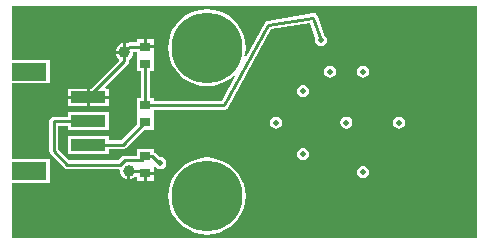
<source format=gtl>
%FSLAX23Y23*%
%MOIN*%
G70*
G01*
G75*
G04 Layer_Physical_Order=1*
G04 Layer_Color=255*
%ADD10R,0.118X0.039*%
%ADD11R,0.118X0.059*%
%ADD12R,0.035X0.031*%
%ADD13C,0.010*%
%ADD14C,0.020*%
%ADD15C,0.039*%
%ADD16C,0.236*%
G36*
X1565Y15D02*
X15D01*
Y200D01*
X142D01*
Y279D01*
X15D01*
Y531D01*
X142D01*
Y610D01*
X15D01*
Y790D01*
X1565D01*
Y15D01*
D02*
G37*
%LPC*%
G36*
X895Y420D02*
X887Y419D01*
X881Y414D01*
X876Y408D01*
X875Y400D01*
X876Y392D01*
X881Y386D01*
X887Y381D01*
X895Y380D01*
X903Y381D01*
X909Y386D01*
X914Y392D01*
X915Y400D01*
X914Y408D01*
X909Y414D01*
X903Y419D01*
X895Y420D01*
D02*
G37*
G36*
X339Y435D02*
X201D01*
Y420D01*
X155D01*
X149Y419D01*
X144Y416D01*
X141Y411D01*
X140Y405D01*
Y305D01*
X140Y305D01*
X140D01*
X141Y299D01*
X144Y294D01*
X189Y249D01*
X194Y246D01*
X200Y245D01*
X372D01*
X375Y241D01*
X375Y240D01*
X376Y232D01*
X379Y225D01*
X384Y219D01*
X390Y214D01*
X397Y211D01*
X400Y211D01*
Y240D01*
X410D01*
Y211D01*
X413Y211D01*
X420Y214D01*
X426Y219D01*
X428Y221D01*
X432Y219D01*
Y207D01*
X455D01*
Y232D01*
X460D01*
Y237D01*
X488D01*
Y253D01*
X489Y254D01*
X494Y253D01*
X496Y251D01*
X502Y246D01*
X510Y245D01*
X518Y246D01*
X524Y251D01*
X529Y257D01*
X530Y265D01*
X529Y273D01*
X524Y279D01*
X518Y284D01*
X510Y285D01*
X507Y285D01*
X493Y298D01*
X488Y302D01*
X488Y302D01*
Y313D01*
X432D01*
Y290D01*
X391D01*
X385Y289D01*
X380Y285D01*
X370Y275D01*
X206D01*
X170Y311D01*
Y390D01*
X201D01*
Y375D01*
X339D01*
Y435D01*
D02*
G37*
G36*
X1305Y420D02*
X1297Y419D01*
X1291Y414D01*
X1286Y408D01*
X1285Y400D01*
X1286Y392D01*
X1291Y386D01*
X1297Y381D01*
X1305Y380D01*
X1313Y381D01*
X1319Y386D01*
X1324Y392D01*
X1325Y400D01*
X1324Y408D01*
X1319Y414D01*
X1313Y419D01*
X1305Y420D01*
D02*
G37*
G36*
X1130D02*
X1122Y419D01*
X1116Y414D01*
X1111Y408D01*
X1110Y400D01*
X1111Y392D01*
X1116Y386D01*
X1122Y381D01*
X1130Y380D01*
X1138Y381D01*
X1144Y386D01*
X1149Y392D01*
X1150Y400D01*
X1149Y408D01*
X1144Y414D01*
X1138Y419D01*
X1130Y420D01*
D02*
G37*
G36*
X488Y227D02*
X465D01*
Y207D01*
X488D01*
Y227D01*
D02*
G37*
G36*
X665Y284D02*
X645Y282D01*
X625Y277D01*
X607Y269D01*
X589Y259D01*
X574Y246D01*
X561Y231D01*
X550Y213D01*
X543Y195D01*
X538Y175D01*
X536Y155D01*
X538Y135D01*
X543Y115D01*
X550Y97D01*
X561Y79D01*
X574Y64D01*
X589Y51D01*
X607Y41D01*
X625Y33D01*
X645Y28D01*
X665Y26D01*
X685Y28D01*
X705Y33D01*
X723Y41D01*
X741Y51D01*
X756Y64D01*
X769Y79D01*
X780Y97D01*
X787Y115D01*
X792Y135D01*
X794Y155D01*
X792Y175D01*
X787Y195D01*
X780Y213D01*
X769Y231D01*
X756Y246D01*
X741Y259D01*
X723Y269D01*
X705Y277D01*
X685Y282D01*
X665Y284D01*
D02*
G37*
G36*
X985Y315D02*
X977Y314D01*
X971Y309D01*
X966Y303D01*
X965Y295D01*
X966Y287D01*
X971Y281D01*
X977Y276D01*
X985Y275D01*
X993Y276D01*
X999Y281D01*
X1004Y287D01*
X1005Y295D01*
X1004Y303D01*
X999Y309D01*
X993Y314D01*
X985Y315D01*
D02*
G37*
G36*
X1185Y255D02*
X1177Y254D01*
X1171Y249D01*
X1166Y243D01*
X1165Y235D01*
X1166Y227D01*
X1171Y221D01*
X1177Y216D01*
X1185Y215D01*
X1193Y216D01*
X1199Y221D01*
X1204Y227D01*
X1205Y235D01*
X1204Y243D01*
X1199Y249D01*
X1193Y254D01*
X1185Y255D01*
D02*
G37*
G36*
X385Y664D02*
X382Y664D01*
X375Y661D01*
X369Y656D01*
X364Y650D01*
X361Y643D01*
X361Y640D01*
X385D01*
Y664D01*
D02*
G37*
G36*
X1185Y590D02*
X1177Y589D01*
X1171Y584D01*
X1166Y578D01*
X1165Y570D01*
X1166Y562D01*
X1171Y556D01*
X1177Y551D01*
X1185Y550D01*
X1193Y551D01*
X1199Y556D01*
X1204Y562D01*
X1205Y570D01*
X1204Y578D01*
X1199Y584D01*
X1193Y589D01*
X1185Y590D01*
D02*
G37*
G36*
X488Y678D02*
X465D01*
Y658D01*
X488D01*
Y678D01*
D02*
G37*
G36*
X665Y779D02*
X645Y777D01*
X625Y772D01*
X607Y765D01*
X589Y754D01*
X574Y741D01*
X561Y726D01*
X550Y708D01*
X543Y690D01*
X538Y670D01*
X536Y650D01*
X538Y630D01*
X543Y610D01*
X550Y592D01*
X561Y574D01*
X574Y559D01*
X589Y546D01*
X607Y535D01*
X625Y528D01*
X645Y523D01*
X665Y521D01*
X685Y523D01*
X705Y528D01*
X723Y535D01*
X741Y546D01*
X755Y558D01*
X759Y555D01*
X714Y473D01*
X488D01*
Y483D01*
X475D01*
Y572D01*
X488D01*
Y623D01*
D01*
Y623D01*
X488Y623D01*
Y627D01*
X488D01*
Y648D01*
X460D01*
Y653D01*
X455D01*
Y678D01*
X432D01*
Y668D01*
X408D01*
X402Y667D01*
X398Y664D01*
X395Y664D01*
Y635D01*
X390D01*
Y630D01*
X361D01*
X361Y627D01*
X364Y620D01*
X369Y614D01*
X371Y612D01*
X372Y607D01*
X278Y513D01*
X275D01*
Y489D01*
X339D01*
Y513D01*
X328D01*
X326Y518D01*
X401Y593D01*
X404Y598D01*
X405Y604D01*
X405Y604D01*
X405Y604D01*
Y604D01*
Y609D01*
X411Y614D01*
X416Y620D01*
X419Y627D01*
X420Y635D01*
X422Y637D01*
X432D01*
Y627D01*
X432Y627D01*
X432Y623D01*
X432D01*
Y572D01*
X445D01*
Y483D01*
X432D01*
Y432D01*
X432Y432D01*
X432Y428D01*
X432D01*
Y396D01*
X377Y342D01*
X339D01*
Y356D01*
X201D01*
Y297D01*
X339D01*
Y311D01*
X384D01*
X390Y312D01*
X395Y315D01*
X456Y377D01*
X488D01*
Y428D01*
D01*
Y428D01*
X488Y428D01*
Y432D01*
X488D01*
Y442D01*
X723D01*
X725Y443D01*
X727Y443D01*
X728Y443D01*
X728Y443D01*
X730Y445D01*
X732Y446D01*
X733Y446D01*
X733Y447D01*
X735Y449D01*
X736Y450D01*
X880Y711D01*
X1010Y733D01*
X1026Y683D01*
X1025Y675D01*
X1026Y667D01*
X1031Y661D01*
X1037Y656D01*
X1045Y655D01*
X1053Y656D01*
X1059Y661D01*
X1064Y667D01*
X1065Y675D01*
X1064Y683D01*
X1059Y689D01*
X1056Y692D01*
X1035Y755D01*
X1034Y756D01*
X1033Y758D01*
X1032Y759D01*
X1032Y760D01*
X1030Y761D01*
X1029Y762D01*
X1028Y763D01*
X1027Y764D01*
X1025Y764D01*
X1023Y765D01*
X1022Y765D01*
X1021Y765D01*
X1019Y765D01*
X1017Y765D01*
X867Y740D01*
X867Y740D01*
X866Y740D01*
X864Y739D01*
X862Y738D01*
X861Y737D01*
X860Y737D01*
X859Y735D01*
X858Y734D01*
X857Y733D01*
X857Y732D01*
X795Y620D01*
X790Y622D01*
X792Y630D01*
X794Y650D01*
X792Y670D01*
X787Y690D01*
X780Y708D01*
X769Y726D01*
X756Y741D01*
X741Y754D01*
X723Y765D01*
X705Y772D01*
X685Y777D01*
X665Y779D01*
D02*
G37*
G36*
X1075Y590D02*
X1067Y589D01*
X1061Y584D01*
X1056Y578D01*
X1055Y570D01*
X1056Y562D01*
X1061Y556D01*
X1067Y551D01*
X1075Y550D01*
X1083Y551D01*
X1089Y556D01*
X1094Y562D01*
X1095Y570D01*
X1094Y578D01*
X1089Y584D01*
X1083Y589D01*
X1075Y590D01*
D02*
G37*
G36*
X339Y479D02*
X275D01*
Y454D01*
X339D01*
Y479D01*
D02*
G37*
G36*
X265D02*
X201D01*
Y454D01*
X265D01*
Y479D01*
D02*
G37*
G36*
Y513D02*
X201D01*
Y489D01*
X265D01*
Y513D01*
D02*
G37*
G36*
X985Y525D02*
X977Y524D01*
X971Y519D01*
X966Y513D01*
X965Y505D01*
X966Y497D01*
X971Y491D01*
X977Y486D01*
X985Y485D01*
X993Y486D01*
X999Y491D01*
X1004Y497D01*
X1005Y505D01*
X1004Y513D01*
X999Y519D01*
X993Y524D01*
X985Y525D01*
D02*
G37*
%LPD*%
D10*
X270Y326D02*
D03*
Y405D02*
D03*
Y484D02*
D03*
Y326D02*
D03*
D11*
X73Y240D02*
D03*
Y570D02*
D03*
D12*
X460Y288D02*
D03*
Y232D02*
D03*
X460Y597D02*
D03*
Y653D02*
D03*
Y402D02*
D03*
Y458D02*
D03*
D13*
X270Y484D02*
X319D01*
X200Y260D02*
X376D01*
X155Y305D02*
X200Y260D01*
X155Y305D02*
Y405D01*
X270D01*
X505Y265D02*
X510D01*
X408Y653D02*
X460D01*
X390Y635D02*
X408Y653D01*
X390Y604D02*
Y635D01*
X270Y484D02*
X390Y604D01*
X460Y465D02*
Y597D01*
X405Y240D02*
X452D01*
X376Y260D02*
X391Y275D01*
X447D01*
X460Y288D01*
X482D01*
X505Y265D01*
X270Y326D02*
X384D01*
X460Y402D01*
Y458D02*
X723D01*
X870Y725D01*
X1020Y750D01*
X1045Y675D01*
D14*
X1075Y570D02*
D03*
X895Y400D02*
D03*
X985Y505D02*
D03*
Y295D02*
D03*
X1185Y235D02*
D03*
X1130Y400D02*
D03*
X1305D02*
D03*
X1185Y570D02*
D03*
X1045Y675D02*
D03*
X510Y265D02*
D03*
D15*
X405Y240D02*
D03*
X390Y635D02*
D03*
X754Y650D02*
D03*
X728Y587D02*
D03*
X665Y561D02*
D03*
X602Y587D02*
D03*
X576Y650D02*
D03*
X665Y739D02*
D03*
X728Y713D02*
D03*
X602D02*
D03*
Y218D02*
D03*
X728D02*
D03*
X665Y244D02*
D03*
X576Y155D02*
D03*
X602Y92D02*
D03*
X665Y66D02*
D03*
X728Y92D02*
D03*
X754Y155D02*
D03*
D16*
X665Y650D02*
D03*
Y155D02*
D03*
M02*

</source>
